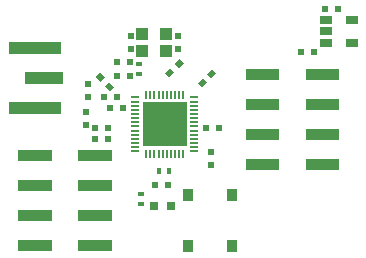
<source format=gtp>
G04 #@! TF.FileFunction,Paste,Top*
%FSLAX46Y46*%
G04 Gerber Fmt 4.6, Leading zero omitted, Abs format (unit mm)*
G04 Created by KiCad (PCBNEW 4.0.5-e0-6337~49~ubuntu16.04.1) date Tue May  2 23:34:14 2017*
%MOMM*%
%LPD*%
G01*
G04 APERTURE LIST*
%ADD10C,0.100000*%
%ADD11R,0.600000X0.500000*%
%ADD12R,0.500000X0.600000*%
%ADD13R,0.800000X0.750000*%
%ADD14R,4.500000X1.100000*%
%ADD15R,3.200000X1.100000*%
%ADD16R,0.600000X0.400000*%
%ADD17R,0.400000X0.600000*%
%ADD18R,0.900000X1.000000*%
%ADD19R,1.000000X1.000000*%
%ADD20R,1.060000X0.650000*%
%ADD21R,0.175000X0.800000*%
%ADD22R,0.800000X0.175000*%
%ADD23R,3.700000X3.700000*%
G04 APERTURE END LIST*
D10*
D11*
X149540000Y-78820000D03*
X150640000Y-78820000D03*
X150630000Y-77660000D03*
X149530000Y-77660000D03*
X149600000Y-80600000D03*
X148500000Y-80600000D03*
D10*
G36*
X157634264Y-78172182D02*
X157987818Y-78525736D01*
X157563554Y-78950000D01*
X157210000Y-78596446D01*
X157634264Y-78172182D01*
X157634264Y-78172182D01*
G37*
G36*
X156856446Y-78950000D02*
X157210000Y-79303554D01*
X156785736Y-79727818D01*
X156432182Y-79374264D01*
X156856446Y-78950000D01*
X156856446Y-78950000D01*
G37*
D11*
X150090000Y-81490000D03*
X148990000Y-81490000D03*
X153890000Y-88000000D03*
X152790000Y-88000000D03*
D12*
X147130000Y-80610000D03*
X147130000Y-79510000D03*
X150720000Y-76520000D03*
X150720000Y-75420000D03*
X154690000Y-75430000D03*
X154690000Y-76530000D03*
X146960000Y-82980000D03*
X146960000Y-81880000D03*
D11*
X148800000Y-83220000D03*
X147700000Y-83220000D03*
D12*
X157510000Y-85200000D03*
X157510000Y-86300000D03*
D11*
X166270000Y-76790000D03*
X165170000Y-76790000D03*
X167140000Y-73110000D03*
X168240000Y-73110000D03*
X148800000Y-84100000D03*
X147700000Y-84100000D03*
D10*
G36*
X153995736Y-78927818D02*
X153642182Y-78574264D01*
X154066446Y-78150000D01*
X154420000Y-78503554D01*
X153995736Y-78927818D01*
X153995736Y-78927818D01*
G37*
G36*
X154773554Y-78150000D02*
X154420000Y-77796446D01*
X154844264Y-77372182D01*
X155197818Y-77725736D01*
X154773554Y-78150000D01*
X154773554Y-78150000D01*
G37*
D11*
X158210000Y-83200000D03*
X157110000Y-83200000D03*
D13*
X152660000Y-89770000D03*
X154160000Y-89770000D03*
D10*
G36*
X149307818Y-79704264D02*
X148954264Y-80057818D01*
X148530000Y-79633554D01*
X148883554Y-79280000D01*
X149307818Y-79704264D01*
X149307818Y-79704264D01*
G37*
G36*
X148530000Y-78926446D02*
X148176446Y-79280000D01*
X147752182Y-78855736D01*
X148105736Y-78502182D01*
X148530000Y-78926446D01*
X148530000Y-78926446D01*
G37*
D14*
X142650000Y-76460000D03*
D15*
X143400000Y-79000000D03*
D14*
X142650000Y-81540000D03*
X142650000Y-76460000D03*
X142650000Y-81540000D03*
D10*
G36*
X141220300Y-85057400D02*
X144039700Y-85057400D01*
X144039700Y-86022600D01*
X141220300Y-86022600D01*
X141220300Y-85057400D01*
X141220300Y-85057400D01*
G37*
G36*
X146300300Y-85057400D02*
X149119700Y-85057400D01*
X149119700Y-86022600D01*
X146300300Y-86022600D01*
X146300300Y-85057400D01*
X146300300Y-85057400D01*
G37*
G36*
X141220300Y-87597400D02*
X144039700Y-87597400D01*
X144039700Y-88562600D01*
X141220300Y-88562600D01*
X141220300Y-87597400D01*
X141220300Y-87597400D01*
G37*
G36*
X146300300Y-87597400D02*
X149119700Y-87597400D01*
X149119700Y-88562600D01*
X146300300Y-88562600D01*
X146300300Y-87597400D01*
X146300300Y-87597400D01*
G37*
G36*
X141220300Y-90137400D02*
X144039700Y-90137400D01*
X144039700Y-91102600D01*
X141220300Y-91102600D01*
X141220300Y-90137400D01*
X141220300Y-90137400D01*
G37*
G36*
X146300300Y-90137400D02*
X149119700Y-90137400D01*
X149119700Y-91102600D01*
X146300300Y-91102600D01*
X146300300Y-90137400D01*
X146300300Y-90137400D01*
G37*
G36*
X141220300Y-92677400D02*
X144039700Y-92677400D01*
X144039700Y-93642600D01*
X141220300Y-93642600D01*
X141220300Y-92677400D01*
X141220300Y-92677400D01*
G37*
G36*
X146300300Y-92677400D02*
X149119700Y-92677400D01*
X149119700Y-93642600D01*
X146300300Y-93642600D01*
X146300300Y-92677400D01*
X146300300Y-92677400D01*
G37*
G36*
X160480300Y-78187400D02*
X163299700Y-78187400D01*
X163299700Y-79152600D01*
X160480300Y-79152600D01*
X160480300Y-78187400D01*
X160480300Y-78187400D01*
G37*
G36*
X165560300Y-78187400D02*
X168379700Y-78187400D01*
X168379700Y-79152600D01*
X165560300Y-79152600D01*
X165560300Y-78187400D01*
X165560300Y-78187400D01*
G37*
G36*
X160480300Y-80727400D02*
X163299700Y-80727400D01*
X163299700Y-81692600D01*
X160480300Y-81692600D01*
X160480300Y-80727400D01*
X160480300Y-80727400D01*
G37*
G36*
X165560300Y-80727400D02*
X168379700Y-80727400D01*
X168379700Y-81692600D01*
X165560300Y-81692600D01*
X165560300Y-80727400D01*
X165560300Y-80727400D01*
G37*
G36*
X160480300Y-83267400D02*
X163299700Y-83267400D01*
X163299700Y-84232600D01*
X160480300Y-84232600D01*
X160480300Y-83267400D01*
X160480300Y-83267400D01*
G37*
G36*
X165560300Y-83267400D02*
X168379700Y-83267400D01*
X168379700Y-84232600D01*
X165560300Y-84232600D01*
X165560300Y-83267400D01*
X165560300Y-83267400D01*
G37*
G36*
X160480300Y-85807400D02*
X163299700Y-85807400D01*
X163299700Y-86772600D01*
X160480300Y-86772600D01*
X160480300Y-85807400D01*
X160480300Y-85807400D01*
G37*
G36*
X165560300Y-85807400D02*
X168379700Y-85807400D01*
X168379700Y-86772600D01*
X165560300Y-86772600D01*
X165560300Y-85807400D01*
X165560300Y-85807400D01*
G37*
D16*
X151460000Y-77760000D03*
X151460000Y-78660000D03*
D17*
X154000000Y-86830000D03*
X153100000Y-86830000D03*
D16*
X151600000Y-88780000D03*
X151600000Y-89680000D03*
D18*
X155600000Y-93160000D03*
X155600000Y-88860000D03*
X159300000Y-93160000D03*
X159300000Y-88860000D03*
D19*
X151710000Y-75210000D03*
X151710000Y-76710000D03*
X153710000Y-76710000D03*
X153710000Y-75210000D03*
D20*
X167230000Y-74070000D03*
X167230000Y-75020000D03*
X167230000Y-75970000D03*
X169430000Y-75970000D03*
X169430000Y-74070000D03*
D21*
X155185000Y-80400000D03*
X154835000Y-80400000D03*
X154485000Y-80400000D03*
X154135000Y-80400000D03*
X153785000Y-80400000D03*
X153435000Y-80400000D03*
X153085000Y-80400000D03*
X152735000Y-80400000D03*
X152385000Y-80400000D03*
X152035000Y-80400000D03*
D22*
X156110000Y-85175000D03*
X156110000Y-84825000D03*
X156110000Y-84475000D03*
X156110000Y-84125000D03*
X156110000Y-83775000D03*
X156110000Y-83425000D03*
X156110000Y-83075000D03*
X156110000Y-82725000D03*
X156110000Y-82375000D03*
X156110000Y-82025000D03*
X156110000Y-81675000D03*
X156110000Y-81325000D03*
X156110000Y-80975000D03*
X156110000Y-80625000D03*
X151110000Y-80625000D03*
X151110000Y-80975000D03*
X151110000Y-81325000D03*
X151110000Y-81675000D03*
X151110000Y-82025000D03*
X151110000Y-82375000D03*
X151110000Y-82725000D03*
X151110000Y-83075000D03*
X151110000Y-83425000D03*
X151110000Y-83775000D03*
X151110000Y-84125000D03*
X151110000Y-84475000D03*
X151110000Y-84825000D03*
X151110000Y-85175000D03*
D21*
X152035000Y-85400000D03*
X152385000Y-85400000D03*
X152735000Y-85400000D03*
X153085000Y-85400000D03*
X153435000Y-85400000D03*
X153785000Y-85400000D03*
X154135000Y-85400000D03*
X154485000Y-85400000D03*
X154835000Y-85400000D03*
X155185000Y-85400000D03*
D23*
X153610000Y-82900000D03*
M02*

</source>
